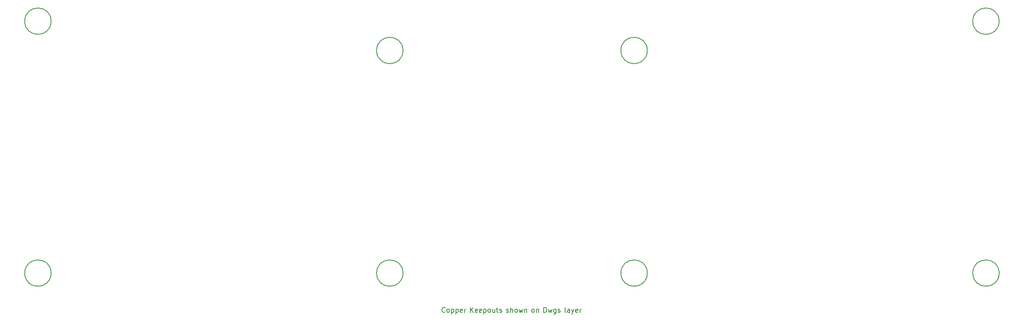
<source format=gbr>
%TF.GenerationSoftware,KiCad,Pcbnew,(7.0.0-0)*%
%TF.CreationDate,2023-03-16T21:22:01-05:00*%
%TF.ProjectId,VintageKVM,56696e74-6167-4654-9b56-4d2e6b696361,rev?*%
%TF.SameCoordinates,Original*%
%TF.FileFunction,Other,Comment*%
%FSLAX46Y46*%
G04 Gerber Fmt 4.6, Leading zero omitted, Abs format (unit mm)*
G04 Created by KiCad (PCBNEW (7.0.0-0)) date 2023-03-16 21:22:01*
%MOMM*%
%LPD*%
G01*
G04 APERTURE LIST*
%ADD10C,0.150000*%
G04 APERTURE END LIST*
D10*
%TO.C,U1*%
X126304759Y-118542142D02*
X126257140Y-118589761D01*
X126257140Y-118589761D02*
X126114283Y-118637380D01*
X126114283Y-118637380D02*
X126019045Y-118637380D01*
X126019045Y-118637380D02*
X125876188Y-118589761D01*
X125876188Y-118589761D02*
X125780950Y-118494523D01*
X125780950Y-118494523D02*
X125733331Y-118399285D01*
X125733331Y-118399285D02*
X125685712Y-118208809D01*
X125685712Y-118208809D02*
X125685712Y-118065952D01*
X125685712Y-118065952D02*
X125733331Y-117875476D01*
X125733331Y-117875476D02*
X125780950Y-117780238D01*
X125780950Y-117780238D02*
X125876188Y-117685000D01*
X125876188Y-117685000D02*
X126019045Y-117637380D01*
X126019045Y-117637380D02*
X126114283Y-117637380D01*
X126114283Y-117637380D02*
X126257140Y-117685000D01*
X126257140Y-117685000D02*
X126304759Y-117732619D01*
X126876188Y-118637380D02*
X126780950Y-118589761D01*
X126780950Y-118589761D02*
X126733331Y-118542142D01*
X126733331Y-118542142D02*
X126685712Y-118446904D01*
X126685712Y-118446904D02*
X126685712Y-118161190D01*
X126685712Y-118161190D02*
X126733331Y-118065952D01*
X126733331Y-118065952D02*
X126780950Y-118018333D01*
X126780950Y-118018333D02*
X126876188Y-117970714D01*
X126876188Y-117970714D02*
X127019045Y-117970714D01*
X127019045Y-117970714D02*
X127114283Y-118018333D01*
X127114283Y-118018333D02*
X127161902Y-118065952D01*
X127161902Y-118065952D02*
X127209521Y-118161190D01*
X127209521Y-118161190D02*
X127209521Y-118446904D01*
X127209521Y-118446904D02*
X127161902Y-118542142D01*
X127161902Y-118542142D02*
X127114283Y-118589761D01*
X127114283Y-118589761D02*
X127019045Y-118637380D01*
X127019045Y-118637380D02*
X126876188Y-118637380D01*
X127638093Y-117970714D02*
X127638093Y-118970714D01*
X127638093Y-118018333D02*
X127733331Y-117970714D01*
X127733331Y-117970714D02*
X127923807Y-117970714D01*
X127923807Y-117970714D02*
X128019045Y-118018333D01*
X128019045Y-118018333D02*
X128066664Y-118065952D01*
X128066664Y-118065952D02*
X128114283Y-118161190D01*
X128114283Y-118161190D02*
X128114283Y-118446904D01*
X128114283Y-118446904D02*
X128066664Y-118542142D01*
X128066664Y-118542142D02*
X128019045Y-118589761D01*
X128019045Y-118589761D02*
X127923807Y-118637380D01*
X127923807Y-118637380D02*
X127733331Y-118637380D01*
X127733331Y-118637380D02*
X127638093Y-118589761D01*
X128542855Y-117970714D02*
X128542855Y-118970714D01*
X128542855Y-118018333D02*
X128638093Y-117970714D01*
X128638093Y-117970714D02*
X128828569Y-117970714D01*
X128828569Y-117970714D02*
X128923807Y-118018333D01*
X128923807Y-118018333D02*
X128971426Y-118065952D01*
X128971426Y-118065952D02*
X129019045Y-118161190D01*
X129019045Y-118161190D02*
X129019045Y-118446904D01*
X129019045Y-118446904D02*
X128971426Y-118542142D01*
X128971426Y-118542142D02*
X128923807Y-118589761D01*
X128923807Y-118589761D02*
X128828569Y-118637380D01*
X128828569Y-118637380D02*
X128638093Y-118637380D01*
X128638093Y-118637380D02*
X128542855Y-118589761D01*
X129828569Y-118589761D02*
X129733331Y-118637380D01*
X129733331Y-118637380D02*
X129542855Y-118637380D01*
X129542855Y-118637380D02*
X129447617Y-118589761D01*
X129447617Y-118589761D02*
X129399998Y-118494523D01*
X129399998Y-118494523D02*
X129399998Y-118113571D01*
X129399998Y-118113571D02*
X129447617Y-118018333D01*
X129447617Y-118018333D02*
X129542855Y-117970714D01*
X129542855Y-117970714D02*
X129733331Y-117970714D01*
X129733331Y-117970714D02*
X129828569Y-118018333D01*
X129828569Y-118018333D02*
X129876188Y-118113571D01*
X129876188Y-118113571D02*
X129876188Y-118208809D01*
X129876188Y-118208809D02*
X129399998Y-118304047D01*
X130304760Y-118637380D02*
X130304760Y-117970714D01*
X130304760Y-118161190D02*
X130352379Y-118065952D01*
X130352379Y-118065952D02*
X130399998Y-118018333D01*
X130399998Y-118018333D02*
X130495236Y-117970714D01*
X130495236Y-117970714D02*
X130590474Y-117970714D01*
X131523808Y-118637380D02*
X131523808Y-117637380D01*
X132095236Y-118637380D02*
X131666665Y-118065952D01*
X132095236Y-117637380D02*
X131523808Y-118208809D01*
X132904760Y-118589761D02*
X132809522Y-118637380D01*
X132809522Y-118637380D02*
X132619046Y-118637380D01*
X132619046Y-118637380D02*
X132523808Y-118589761D01*
X132523808Y-118589761D02*
X132476189Y-118494523D01*
X132476189Y-118494523D02*
X132476189Y-118113571D01*
X132476189Y-118113571D02*
X132523808Y-118018333D01*
X132523808Y-118018333D02*
X132619046Y-117970714D01*
X132619046Y-117970714D02*
X132809522Y-117970714D01*
X132809522Y-117970714D02*
X132904760Y-118018333D01*
X132904760Y-118018333D02*
X132952379Y-118113571D01*
X132952379Y-118113571D02*
X132952379Y-118208809D01*
X132952379Y-118208809D02*
X132476189Y-118304047D01*
X133761903Y-118589761D02*
X133666665Y-118637380D01*
X133666665Y-118637380D02*
X133476189Y-118637380D01*
X133476189Y-118637380D02*
X133380951Y-118589761D01*
X133380951Y-118589761D02*
X133333332Y-118494523D01*
X133333332Y-118494523D02*
X133333332Y-118113571D01*
X133333332Y-118113571D02*
X133380951Y-118018333D01*
X133380951Y-118018333D02*
X133476189Y-117970714D01*
X133476189Y-117970714D02*
X133666665Y-117970714D01*
X133666665Y-117970714D02*
X133761903Y-118018333D01*
X133761903Y-118018333D02*
X133809522Y-118113571D01*
X133809522Y-118113571D02*
X133809522Y-118208809D01*
X133809522Y-118208809D02*
X133333332Y-118304047D01*
X134238094Y-117970714D02*
X134238094Y-118970714D01*
X134238094Y-118018333D02*
X134333332Y-117970714D01*
X134333332Y-117970714D02*
X134523808Y-117970714D01*
X134523808Y-117970714D02*
X134619046Y-118018333D01*
X134619046Y-118018333D02*
X134666665Y-118065952D01*
X134666665Y-118065952D02*
X134714284Y-118161190D01*
X134714284Y-118161190D02*
X134714284Y-118446904D01*
X134714284Y-118446904D02*
X134666665Y-118542142D01*
X134666665Y-118542142D02*
X134619046Y-118589761D01*
X134619046Y-118589761D02*
X134523808Y-118637380D01*
X134523808Y-118637380D02*
X134333332Y-118637380D01*
X134333332Y-118637380D02*
X134238094Y-118589761D01*
X135285713Y-118637380D02*
X135190475Y-118589761D01*
X135190475Y-118589761D02*
X135142856Y-118542142D01*
X135142856Y-118542142D02*
X135095237Y-118446904D01*
X135095237Y-118446904D02*
X135095237Y-118161190D01*
X135095237Y-118161190D02*
X135142856Y-118065952D01*
X135142856Y-118065952D02*
X135190475Y-118018333D01*
X135190475Y-118018333D02*
X135285713Y-117970714D01*
X135285713Y-117970714D02*
X135428570Y-117970714D01*
X135428570Y-117970714D02*
X135523808Y-118018333D01*
X135523808Y-118018333D02*
X135571427Y-118065952D01*
X135571427Y-118065952D02*
X135619046Y-118161190D01*
X135619046Y-118161190D02*
X135619046Y-118446904D01*
X135619046Y-118446904D02*
X135571427Y-118542142D01*
X135571427Y-118542142D02*
X135523808Y-118589761D01*
X135523808Y-118589761D02*
X135428570Y-118637380D01*
X135428570Y-118637380D02*
X135285713Y-118637380D01*
X136476189Y-117970714D02*
X136476189Y-118637380D01*
X136047618Y-117970714D02*
X136047618Y-118494523D01*
X136047618Y-118494523D02*
X136095237Y-118589761D01*
X136095237Y-118589761D02*
X136190475Y-118637380D01*
X136190475Y-118637380D02*
X136333332Y-118637380D01*
X136333332Y-118637380D02*
X136428570Y-118589761D01*
X136428570Y-118589761D02*
X136476189Y-118542142D01*
X136809523Y-117970714D02*
X137190475Y-117970714D01*
X136952380Y-117637380D02*
X136952380Y-118494523D01*
X136952380Y-118494523D02*
X136999999Y-118589761D01*
X136999999Y-118589761D02*
X137095237Y-118637380D01*
X137095237Y-118637380D02*
X137190475Y-118637380D01*
X137476190Y-118589761D02*
X137571428Y-118637380D01*
X137571428Y-118637380D02*
X137761904Y-118637380D01*
X137761904Y-118637380D02*
X137857142Y-118589761D01*
X137857142Y-118589761D02*
X137904761Y-118494523D01*
X137904761Y-118494523D02*
X137904761Y-118446904D01*
X137904761Y-118446904D02*
X137857142Y-118351666D01*
X137857142Y-118351666D02*
X137761904Y-118304047D01*
X137761904Y-118304047D02*
X137619047Y-118304047D01*
X137619047Y-118304047D02*
X137523809Y-118256428D01*
X137523809Y-118256428D02*
X137476190Y-118161190D01*
X137476190Y-118161190D02*
X137476190Y-118113571D01*
X137476190Y-118113571D02*
X137523809Y-118018333D01*
X137523809Y-118018333D02*
X137619047Y-117970714D01*
X137619047Y-117970714D02*
X137761904Y-117970714D01*
X137761904Y-117970714D02*
X137857142Y-118018333D01*
X138885714Y-118589761D02*
X138980952Y-118637380D01*
X138980952Y-118637380D02*
X139171428Y-118637380D01*
X139171428Y-118637380D02*
X139266666Y-118589761D01*
X139266666Y-118589761D02*
X139314285Y-118494523D01*
X139314285Y-118494523D02*
X139314285Y-118446904D01*
X139314285Y-118446904D02*
X139266666Y-118351666D01*
X139266666Y-118351666D02*
X139171428Y-118304047D01*
X139171428Y-118304047D02*
X139028571Y-118304047D01*
X139028571Y-118304047D02*
X138933333Y-118256428D01*
X138933333Y-118256428D02*
X138885714Y-118161190D01*
X138885714Y-118161190D02*
X138885714Y-118113571D01*
X138885714Y-118113571D02*
X138933333Y-118018333D01*
X138933333Y-118018333D02*
X139028571Y-117970714D01*
X139028571Y-117970714D02*
X139171428Y-117970714D01*
X139171428Y-117970714D02*
X139266666Y-118018333D01*
X139742857Y-118637380D02*
X139742857Y-117637380D01*
X140171428Y-118637380D02*
X140171428Y-118113571D01*
X140171428Y-118113571D02*
X140123809Y-118018333D01*
X140123809Y-118018333D02*
X140028571Y-117970714D01*
X140028571Y-117970714D02*
X139885714Y-117970714D01*
X139885714Y-117970714D02*
X139790476Y-118018333D01*
X139790476Y-118018333D02*
X139742857Y-118065952D01*
X140790476Y-118637380D02*
X140695238Y-118589761D01*
X140695238Y-118589761D02*
X140647619Y-118542142D01*
X140647619Y-118542142D02*
X140600000Y-118446904D01*
X140600000Y-118446904D02*
X140600000Y-118161190D01*
X140600000Y-118161190D02*
X140647619Y-118065952D01*
X140647619Y-118065952D02*
X140695238Y-118018333D01*
X140695238Y-118018333D02*
X140790476Y-117970714D01*
X140790476Y-117970714D02*
X140933333Y-117970714D01*
X140933333Y-117970714D02*
X141028571Y-118018333D01*
X141028571Y-118018333D02*
X141076190Y-118065952D01*
X141076190Y-118065952D02*
X141123809Y-118161190D01*
X141123809Y-118161190D02*
X141123809Y-118446904D01*
X141123809Y-118446904D02*
X141076190Y-118542142D01*
X141076190Y-118542142D02*
X141028571Y-118589761D01*
X141028571Y-118589761D02*
X140933333Y-118637380D01*
X140933333Y-118637380D02*
X140790476Y-118637380D01*
X141457143Y-117970714D02*
X141647619Y-118637380D01*
X141647619Y-118637380D02*
X141838095Y-118161190D01*
X141838095Y-118161190D02*
X142028571Y-118637380D01*
X142028571Y-118637380D02*
X142219047Y-117970714D01*
X142600000Y-117970714D02*
X142600000Y-118637380D01*
X142600000Y-118065952D02*
X142647619Y-118018333D01*
X142647619Y-118018333D02*
X142742857Y-117970714D01*
X142742857Y-117970714D02*
X142885714Y-117970714D01*
X142885714Y-117970714D02*
X142980952Y-118018333D01*
X142980952Y-118018333D02*
X143028571Y-118113571D01*
X143028571Y-118113571D02*
X143028571Y-118637380D01*
X144247619Y-118637380D02*
X144152381Y-118589761D01*
X144152381Y-118589761D02*
X144104762Y-118542142D01*
X144104762Y-118542142D02*
X144057143Y-118446904D01*
X144057143Y-118446904D02*
X144057143Y-118161190D01*
X144057143Y-118161190D02*
X144104762Y-118065952D01*
X144104762Y-118065952D02*
X144152381Y-118018333D01*
X144152381Y-118018333D02*
X144247619Y-117970714D01*
X144247619Y-117970714D02*
X144390476Y-117970714D01*
X144390476Y-117970714D02*
X144485714Y-118018333D01*
X144485714Y-118018333D02*
X144533333Y-118065952D01*
X144533333Y-118065952D02*
X144580952Y-118161190D01*
X144580952Y-118161190D02*
X144580952Y-118446904D01*
X144580952Y-118446904D02*
X144533333Y-118542142D01*
X144533333Y-118542142D02*
X144485714Y-118589761D01*
X144485714Y-118589761D02*
X144390476Y-118637380D01*
X144390476Y-118637380D02*
X144247619Y-118637380D01*
X145009524Y-117970714D02*
X145009524Y-118637380D01*
X145009524Y-118065952D02*
X145057143Y-118018333D01*
X145057143Y-118018333D02*
X145152381Y-117970714D01*
X145152381Y-117970714D02*
X145295238Y-117970714D01*
X145295238Y-117970714D02*
X145390476Y-118018333D01*
X145390476Y-118018333D02*
X145438095Y-118113571D01*
X145438095Y-118113571D02*
X145438095Y-118637380D01*
X146514286Y-118637380D02*
X146514286Y-117637380D01*
X146514286Y-117637380D02*
X146752381Y-117637380D01*
X146752381Y-117637380D02*
X146895238Y-117685000D01*
X146895238Y-117685000D02*
X146990476Y-117780238D01*
X146990476Y-117780238D02*
X147038095Y-117875476D01*
X147038095Y-117875476D02*
X147085714Y-118065952D01*
X147085714Y-118065952D02*
X147085714Y-118208809D01*
X147085714Y-118208809D02*
X147038095Y-118399285D01*
X147038095Y-118399285D02*
X146990476Y-118494523D01*
X146990476Y-118494523D02*
X146895238Y-118589761D01*
X146895238Y-118589761D02*
X146752381Y-118637380D01*
X146752381Y-118637380D02*
X146514286Y-118637380D01*
X147419048Y-117970714D02*
X147609524Y-118637380D01*
X147609524Y-118637380D02*
X147800000Y-118161190D01*
X147800000Y-118161190D02*
X147990476Y-118637380D01*
X147990476Y-118637380D02*
X148180952Y-117970714D01*
X148990476Y-117970714D02*
X148990476Y-118780238D01*
X148990476Y-118780238D02*
X148942857Y-118875476D01*
X148942857Y-118875476D02*
X148895238Y-118923095D01*
X148895238Y-118923095D02*
X148800000Y-118970714D01*
X148800000Y-118970714D02*
X148657143Y-118970714D01*
X148657143Y-118970714D02*
X148561905Y-118923095D01*
X148990476Y-118589761D02*
X148895238Y-118637380D01*
X148895238Y-118637380D02*
X148704762Y-118637380D01*
X148704762Y-118637380D02*
X148609524Y-118589761D01*
X148609524Y-118589761D02*
X148561905Y-118542142D01*
X148561905Y-118542142D02*
X148514286Y-118446904D01*
X148514286Y-118446904D02*
X148514286Y-118161190D01*
X148514286Y-118161190D02*
X148561905Y-118065952D01*
X148561905Y-118065952D02*
X148609524Y-118018333D01*
X148609524Y-118018333D02*
X148704762Y-117970714D01*
X148704762Y-117970714D02*
X148895238Y-117970714D01*
X148895238Y-117970714D02*
X148990476Y-118018333D01*
X149419048Y-118589761D02*
X149514286Y-118637380D01*
X149514286Y-118637380D02*
X149704762Y-118637380D01*
X149704762Y-118637380D02*
X149800000Y-118589761D01*
X149800000Y-118589761D02*
X149847619Y-118494523D01*
X149847619Y-118494523D02*
X149847619Y-118446904D01*
X149847619Y-118446904D02*
X149800000Y-118351666D01*
X149800000Y-118351666D02*
X149704762Y-118304047D01*
X149704762Y-118304047D02*
X149561905Y-118304047D01*
X149561905Y-118304047D02*
X149466667Y-118256428D01*
X149466667Y-118256428D02*
X149419048Y-118161190D01*
X149419048Y-118161190D02*
X149419048Y-118113571D01*
X149419048Y-118113571D02*
X149466667Y-118018333D01*
X149466667Y-118018333D02*
X149561905Y-117970714D01*
X149561905Y-117970714D02*
X149704762Y-117970714D01*
X149704762Y-117970714D02*
X149800000Y-118018333D01*
X151019048Y-118637380D02*
X150923810Y-118589761D01*
X150923810Y-118589761D02*
X150876191Y-118494523D01*
X150876191Y-118494523D02*
X150876191Y-117637380D01*
X151828572Y-118637380D02*
X151828572Y-118113571D01*
X151828572Y-118113571D02*
X151780953Y-118018333D01*
X151780953Y-118018333D02*
X151685715Y-117970714D01*
X151685715Y-117970714D02*
X151495239Y-117970714D01*
X151495239Y-117970714D02*
X151400001Y-118018333D01*
X151828572Y-118589761D02*
X151733334Y-118637380D01*
X151733334Y-118637380D02*
X151495239Y-118637380D01*
X151495239Y-118637380D02*
X151400001Y-118589761D01*
X151400001Y-118589761D02*
X151352382Y-118494523D01*
X151352382Y-118494523D02*
X151352382Y-118399285D01*
X151352382Y-118399285D02*
X151400001Y-118304047D01*
X151400001Y-118304047D02*
X151495239Y-118256428D01*
X151495239Y-118256428D02*
X151733334Y-118256428D01*
X151733334Y-118256428D02*
X151828572Y-118208809D01*
X152209525Y-117970714D02*
X152447620Y-118637380D01*
X152685715Y-117970714D02*
X152447620Y-118637380D01*
X152447620Y-118637380D02*
X152352382Y-118875476D01*
X152352382Y-118875476D02*
X152304763Y-118923095D01*
X152304763Y-118923095D02*
X152209525Y-118970714D01*
X153447620Y-118589761D02*
X153352382Y-118637380D01*
X153352382Y-118637380D02*
X153161906Y-118637380D01*
X153161906Y-118637380D02*
X153066668Y-118589761D01*
X153066668Y-118589761D02*
X153019049Y-118494523D01*
X153019049Y-118494523D02*
X153019049Y-118113571D01*
X153019049Y-118113571D02*
X153066668Y-118018333D01*
X153066668Y-118018333D02*
X153161906Y-117970714D01*
X153161906Y-117970714D02*
X153352382Y-117970714D01*
X153352382Y-117970714D02*
X153447620Y-118018333D01*
X153447620Y-118018333D02*
X153495239Y-118113571D01*
X153495239Y-118113571D02*
X153495239Y-118208809D01*
X153495239Y-118208809D02*
X153019049Y-118304047D01*
X153923811Y-118637380D02*
X153923811Y-117970714D01*
X153923811Y-118161190D02*
X153971430Y-118065952D01*
X153971430Y-118065952D02*
X154019049Y-118018333D01*
X154019049Y-118018333D02*
X154114287Y-117970714D01*
X154114287Y-117970714D02*
X154209525Y-117970714D01*
%TO.C,H2*%
X45700000Y-110600000D02*
G75*
G03*
X45700000Y-110600000I-2700000J0D01*
G01*
%TO.C,H3*%
X117700000Y-65000000D02*
G75*
G03*
X117700000Y-65000000I-2700000J0D01*
G01*
%TO.C,H6*%
X167700000Y-110600000D02*
G75*
G03*
X167700000Y-110600000I-2700000J0D01*
G01*
%TO.C,H4*%
X117700000Y-110600000D02*
G75*
G03*
X117700000Y-110600000I-2700000J0D01*
G01*
%TO.C,H5*%
X167700000Y-65000000D02*
G75*
G03*
X167700000Y-65000000I-2700000J0D01*
G01*
%TO.C,H8*%
X239700000Y-110600000D02*
G75*
G03*
X239700000Y-110600000I-2700000J0D01*
G01*
%TO.C,H7*%
X239700000Y-59000000D02*
G75*
G03*
X239700000Y-59000000I-2700000J0D01*
G01*
%TO.C,H1*%
X45700000Y-59000000D02*
G75*
G03*
X45700000Y-59000000I-2700000J0D01*
G01*
%TD*%
M02*

</source>
